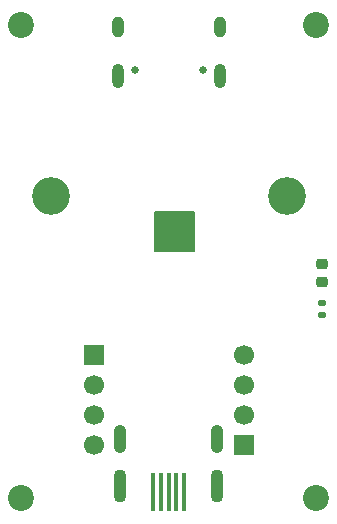
<source format=gts>
G04 #@! TF.GenerationSoftware,KiCad,Pcbnew,9.0.4*
G04 #@! TF.CreationDate,2025-09-08T01:23:02+09:00*
G04 #@! TF.ProjectId,561SmartCard-USB,35363153-6d61-4727-9443-6172642d5553,rev?*
G04 #@! TF.SameCoordinates,Original*
G04 #@! TF.FileFunction,Soldermask,Top*
G04 #@! TF.FilePolarity,Negative*
%FSLAX46Y46*%
G04 Gerber Fmt 4.6, Leading zero omitted, Abs format (unit mm)*
G04 Created by KiCad (PCBNEW 9.0.4) date 2025-09-08 01:23:02*
%MOMM*%
%LPD*%
G01*
G04 APERTURE LIST*
G04 Aperture macros list*
%AMRoundRect*
0 Rectangle with rounded corners*
0 $1 Rounding radius*
0 $2 $3 $4 $5 $6 $7 $8 $9 X,Y pos of 4 corners*
0 Add a 4 corners polygon primitive as box body*
4,1,4,$2,$3,$4,$5,$6,$7,$8,$9,$2,$3,0*
0 Add four circle primitives for the rounded corners*
1,1,$1+$1,$2,$3*
1,1,$1+$1,$4,$5*
1,1,$1+$1,$6,$7*
1,1,$1+$1,$8,$9*
0 Add four rect primitives between the rounded corners*
20,1,$1+$1,$2,$3,$4,$5,0*
20,1,$1+$1,$4,$5,$6,$7,0*
20,1,$1+$1,$6,$7,$8,$9,0*
20,1,$1+$1,$8,$9,$2,$3,0*%
G04 Aperture macros list end*
%ADD10C,2.200000*%
%ADD11C,3.200000*%
%ADD12R,0.350000X3.250000*%
%ADD13O,1.100000X2.800000*%
%ADD14O,1.100000X2.400000*%
%ADD15RoundRect,0.135000X-0.185000X0.135000X-0.185000X-0.135000X0.185000X-0.135000X0.185000X0.135000X0*%
%ADD16R,1.700000X1.700000*%
%ADD17C,1.700000*%
%ADD18RoundRect,0.218750X-0.256250X0.218750X-0.256250X-0.218750X0.256250X-0.218750X0.256250X0.218750X0*%
%ADD19C,0.650000*%
%ADD20O,1.000000X1.800000*%
%ADD21O,1.000000X2.100000*%
%ADD22R,2.700000X2.700000*%
G04 APERTURE END LIST*
D10*
X112500000Y-112500000D03*
X87500000Y-72500000D03*
D11*
X110000000Y-87000000D03*
D10*
X87500000Y-112500000D03*
D12*
X98700000Y-112055000D03*
X99350000Y-112055000D03*
X100000000Y-112055000D03*
X100650000Y-112055000D03*
X101300000Y-112055000D03*
D13*
X104100000Y-111550000D03*
D14*
X104100000Y-107500000D03*
D13*
X95900000Y-111550000D03*
D14*
X95900000Y-107500000D03*
D10*
X112500000Y-72500000D03*
D11*
X90000000Y-87000000D03*
D15*
X113000000Y-95990000D03*
X113000000Y-97010000D03*
D16*
X93650000Y-100440000D03*
D17*
X93650000Y-102980000D03*
X93650000Y-105520000D03*
X93650000Y-108060000D03*
D16*
X106350000Y-108060000D03*
D17*
X106350000Y-105520000D03*
X106350000Y-102980000D03*
X106350000Y-100440000D03*
D18*
X113000000Y-92712500D03*
X113000000Y-94287500D03*
D19*
X97110000Y-76305000D03*
X102890000Y-76305000D03*
D20*
X95680000Y-72625000D03*
D21*
X95680000Y-76805000D03*
D20*
X104320000Y-72625000D03*
D21*
X104320000Y-76805000D03*
D22*
X100500000Y-90000000D03*
G36*
X102055942Y-88251182D02*
G01*
X102114538Y-88262837D01*
X102136708Y-88272020D01*
X102181250Y-88301782D01*
X102198217Y-88318749D01*
X102227979Y-88363291D01*
X102237162Y-88385460D01*
X102248818Y-88444056D01*
X102250000Y-88456055D01*
X102250000Y-91543944D01*
X102248818Y-91555943D01*
X102237162Y-91614539D01*
X102227979Y-91636708D01*
X102198217Y-91681250D01*
X102181250Y-91698217D01*
X102136708Y-91727979D01*
X102114539Y-91737162D01*
X102055943Y-91748818D01*
X102043944Y-91750000D01*
X98956056Y-91750000D01*
X98944058Y-91748818D01*
X98885461Y-91737162D01*
X98863291Y-91727979D01*
X98818749Y-91698217D01*
X98801782Y-91681250D01*
X98772020Y-91636708D01*
X98762837Y-91614538D01*
X98751182Y-91555942D01*
X98750000Y-91543944D01*
X98750000Y-88456055D01*
X98751182Y-88444057D01*
X98762837Y-88385461D01*
X98772020Y-88363291D01*
X98801782Y-88318749D01*
X98818749Y-88301782D01*
X98863291Y-88272020D01*
X98885462Y-88262837D01*
X98944059Y-88251182D01*
X98956056Y-88250000D01*
X102043944Y-88250000D01*
X102055942Y-88251182D01*
G37*
M02*

</source>
